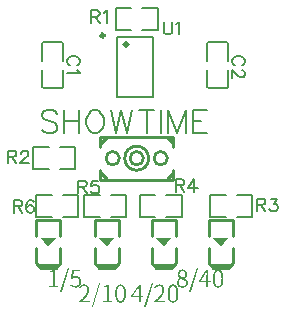
<source format=gto>
G04 Layer: TopSilkscreenLayer*
G04 EasyEDA v6.5.34, 2023-08-30 20:05:19*
G04 d9d8768bc7e54bd19914c32b40fdea81,ed70181f279245e6aff80281ee7dc86a,10*
G04 Gerber Generator version 0.2*
G04 Scale: 100 percent, Rotated: No, Reflected: No *
G04 Dimensions in millimeters *
G04 leading zeros omitted , absolute positions ,4 integer and 5 decimal *
%FSLAX45Y45*%
%MOMM*%

%ADD10C,0.1524*%
%ADD11C,0.2540*%
%ADD12C,0.3000*%

%LPD*%
G36*
X4431030Y4059936D02*
G01*
X4368292Y3862832D01*
X4380484Y3862832D01*
X4443222Y4059936D01*
G37*
G36*
X4309872Y4047744D02*
G01*
X4303623Y4044391D01*
X4296664Y4041597D01*
X4288739Y4039362D01*
X4279646Y4037584D01*
X4279646Y4026662D01*
X4305808Y4026662D01*
X4305808Y3912615D01*
X4272534Y3912615D01*
X4272534Y3898900D01*
X4352544Y3898900D01*
X4352544Y3912615D01*
X4322318Y3912615D01*
X4322318Y4047744D01*
G37*
G36*
X4468114Y4047744D02*
G01*
X4463288Y3978656D01*
X4472432Y3972814D01*
X4478629Y3976674D01*
X4484573Y3979468D01*
X4490770Y3981145D01*
X4497832Y3981704D01*
X4504740Y3981094D01*
X4510938Y3979316D01*
X4516374Y3976370D01*
X4520946Y3972356D01*
X4524603Y3967327D01*
X4527346Y3961333D01*
X4529023Y3954424D01*
X4529582Y3946651D01*
X4528921Y3938676D01*
X4526991Y3931513D01*
X4523994Y3925265D01*
X4519980Y3919982D01*
X4515104Y3915765D01*
X4509566Y3912666D01*
X4503420Y3910736D01*
X4496816Y3910076D01*
X4490567Y3910431D01*
X4484827Y3911498D01*
X4479645Y3913124D01*
X4474921Y3915206D01*
X4470654Y3917746D01*
X4466691Y3920591D01*
X4463084Y3923639D01*
X4459732Y3926840D01*
X4451350Y3915918D01*
X4455261Y3912209D01*
X4459630Y3908704D01*
X4464456Y3905351D01*
X4469892Y3902405D01*
X4475937Y3899915D01*
X4482642Y3898036D01*
X4490110Y3896817D01*
X4498340Y3896360D01*
X4504436Y3896715D01*
X4510430Y3897884D01*
X4516221Y3899712D01*
X4521758Y3902303D01*
X4526889Y3905605D01*
X4531563Y3909568D01*
X4535779Y3914241D01*
X4539386Y3919524D01*
X4542332Y3925519D01*
X4544517Y3932123D01*
X4545888Y3939336D01*
X4546346Y3947160D01*
X4545939Y3954983D01*
X4544771Y3962044D01*
X4542840Y3968394D01*
X4540250Y3974033D01*
X4537049Y3978960D01*
X4533239Y3983177D01*
X4528972Y3986733D01*
X4524248Y3989628D01*
X4519117Y3991864D01*
X4513630Y3993438D01*
X4507890Y3994353D01*
X4501896Y3994658D01*
X4495292Y3994200D01*
X4489348Y3992930D01*
X4483862Y3990898D01*
X4478528Y3988308D01*
X4482592Y4033520D01*
X4539234Y4033520D01*
X4539234Y4047744D01*
G37*
G36*
X4697577Y3932936D02*
G01*
X4634839Y3735832D01*
X4647031Y3735832D01*
X4709769Y3932936D01*
G37*
G36*
X4572355Y3923284D02*
G01*
X4565751Y3922877D01*
X4559604Y3921709D01*
X4553813Y3919829D01*
X4548428Y3917289D01*
X4543298Y3914140D01*
X4538421Y3910431D01*
X4533747Y3906164D01*
X4529175Y3901440D01*
X4538827Y3892296D01*
X4542180Y3895902D01*
X4545685Y3899204D01*
X4549394Y3902201D01*
X4553305Y3904792D01*
X4557369Y3906875D01*
X4561586Y3908501D01*
X4566005Y3909466D01*
X4570577Y3909822D01*
X4577334Y3909212D01*
X4583125Y3907485D01*
X4588002Y3904742D01*
X4591913Y3901033D01*
X4594961Y3896512D01*
X4597095Y3891279D01*
X4598365Y3885437D01*
X4598771Y3879087D01*
X4598619Y3875227D01*
X4598162Y3871264D01*
X4597349Y3867200D01*
X4596231Y3863086D01*
X4594758Y3858869D01*
X4592980Y3854602D01*
X4588306Y3845661D01*
X4585512Y3841089D01*
X4578756Y3831488D01*
X4570628Y3821429D01*
X4560976Y3810863D01*
X4549800Y3799687D01*
X4537151Y3787952D01*
X4530191Y3781806D01*
X4530191Y3771900D01*
X4622139Y3771900D01*
X4622139Y3786124D01*
X4573727Y3786022D01*
X4555083Y3784854D01*
X4565650Y3795014D01*
X4575403Y3805021D01*
X4584192Y3814775D01*
X4592015Y3824376D01*
X4598771Y3833876D01*
X4601768Y3838549D01*
X4606899Y3847846D01*
X4609033Y3852468D01*
X4612335Y3861663D01*
X4613503Y3866235D01*
X4614367Y3870756D01*
X4614875Y3875328D01*
X4615027Y3879850D01*
X4614722Y3886250D01*
X4613706Y3892245D01*
X4612081Y3897782D01*
X4609846Y3902862D01*
X4607001Y3907434D01*
X4603597Y3911447D01*
X4599686Y3914952D01*
X4595164Y3917899D01*
X4590186Y3920236D01*
X4584700Y3921912D01*
X4578756Y3922928D01*
G37*
G36*
X4879695Y3923284D02*
G01*
X4874615Y3922979D01*
X4869738Y3922115D01*
X4865116Y3920642D01*
X4860798Y3918610D01*
X4856734Y3915918D01*
X4852974Y3912666D01*
X4849520Y3908856D01*
X4846370Y3904386D01*
X4843576Y3899357D01*
X4841087Y3893667D01*
X4838954Y3887419D01*
X4837226Y3880510D01*
X4835804Y3873042D01*
X4834839Y3864914D01*
X4834178Y3856177D01*
X4833975Y3846829D01*
X4849977Y3846829D01*
X4850231Y3857193D01*
X4850942Y3866591D01*
X4852162Y3874973D01*
X4853736Y3882440D01*
X4855768Y3888994D01*
X4858207Y3894632D01*
X4860950Y3899306D01*
X4864100Y3903167D01*
X4867554Y3906062D01*
X4871364Y3908196D01*
X4875377Y3909415D01*
X4879695Y3909822D01*
X4883962Y3909415D01*
X4887976Y3908196D01*
X4891684Y3906062D01*
X4895088Y3903167D01*
X4898136Y3899306D01*
X4900879Y3894632D01*
X4903266Y3888994D01*
X4905248Y3882440D01*
X4906822Y3874973D01*
X4907991Y3866591D01*
X4908702Y3857193D01*
X4908905Y3846829D01*
X4908702Y3836263D01*
X4907991Y3826713D01*
X4906822Y3818128D01*
X4905248Y3810508D01*
X4903266Y3803853D01*
X4900879Y3798112D01*
X4898136Y3793337D01*
X4895088Y3789426D01*
X4891684Y3786378D01*
X4887976Y3784244D01*
X4883962Y3782974D01*
X4879695Y3782568D01*
X4875377Y3782974D01*
X4871364Y3784244D01*
X4867554Y3786378D01*
X4864100Y3789426D01*
X4860950Y3793337D01*
X4858207Y3798112D01*
X4855768Y3803853D01*
X4853736Y3810508D01*
X4852162Y3818128D01*
X4850942Y3826713D01*
X4850231Y3836263D01*
X4849977Y3846829D01*
X4833975Y3846829D01*
X4834178Y3837381D01*
X4834839Y3828542D01*
X4835804Y3820363D01*
X4837226Y3812743D01*
X4838954Y3805783D01*
X4841087Y3799433D01*
X4843576Y3793693D01*
X4846370Y3788562D01*
X4849520Y3784041D01*
X4852974Y3780129D01*
X4856734Y3776827D01*
X4860798Y3774135D01*
X4865116Y3772052D01*
X4869738Y3770528D01*
X4874615Y3769664D01*
X4879695Y3769360D01*
X4884826Y3769664D01*
X4889703Y3770528D01*
X4894275Y3772052D01*
X4898542Y3774135D01*
X4902606Y3776827D01*
X4906314Y3780129D01*
X4909718Y3784041D01*
X4912817Y3788562D01*
X4915560Y3793693D01*
X4917998Y3799433D01*
X4920081Y3805783D01*
X4921808Y3812743D01*
X4923129Y3820363D01*
X4924145Y3828542D01*
X4924704Y3837381D01*
X4924907Y3846829D01*
X4924704Y3856177D01*
X4924145Y3864914D01*
X4923129Y3873042D01*
X4921808Y3880510D01*
X4920081Y3887419D01*
X4917998Y3893667D01*
X4915560Y3899357D01*
X4912817Y3904386D01*
X4909718Y3908856D01*
X4906314Y3912666D01*
X4902606Y3915918D01*
X4898542Y3918610D01*
X4894275Y3920642D01*
X4889703Y3922115D01*
X4884826Y3922979D01*
G37*
G36*
X4767427Y3920744D02*
G01*
X4761331Y3917391D01*
X4754372Y3914597D01*
X4746447Y3912362D01*
X4737455Y3910584D01*
X4737455Y3899662D01*
X4763617Y3899662D01*
X4763617Y3785615D01*
X4730343Y3785615D01*
X4730343Y3771900D01*
X4810353Y3771900D01*
X4810353Y3785615D01*
X4780127Y3785615D01*
X4780127Y3920744D01*
G37*
G36*
X5141976Y3932936D02*
G01*
X5079238Y3735832D01*
X5091430Y3735832D01*
X5154168Y3932936D01*
G37*
G36*
X5208016Y3923284D02*
G01*
X5201310Y3922877D01*
X5195112Y3921709D01*
X5189321Y3919829D01*
X5183936Y3917289D01*
X5178856Y3914140D01*
X5173980Y3910431D01*
X5169357Y3906164D01*
X5164836Y3901440D01*
X5174488Y3892296D01*
X5177790Y3895902D01*
X5181346Y3899204D01*
X5185054Y3902201D01*
X5188915Y3904792D01*
X5192979Y3906875D01*
X5197246Y3908501D01*
X5201666Y3909466D01*
X5206238Y3909822D01*
X5212994Y3909212D01*
X5218785Y3907485D01*
X5223611Y3904742D01*
X5227574Y3901033D01*
X5230571Y3896512D01*
X5232755Y3891279D01*
X5234025Y3885437D01*
X5234432Y3879087D01*
X5234279Y3875227D01*
X5233771Y3871264D01*
X5232958Y3867200D01*
X5231841Y3863086D01*
X5230368Y3858869D01*
X5228590Y3854602D01*
X5226456Y3850182D01*
X5223967Y3845661D01*
X5217922Y3836365D01*
X5214416Y3831488D01*
X5206238Y3821429D01*
X5196586Y3810863D01*
X5185460Y3799687D01*
X5165852Y3781806D01*
X5165852Y3771900D01*
X5257800Y3771900D01*
X5257800Y3786124D01*
X5209286Y3786022D01*
X5190744Y3784854D01*
X5201259Y3795014D01*
X5210911Y3805021D01*
X5219700Y3814775D01*
X5227523Y3824376D01*
X5234330Y3833876D01*
X5237327Y3838549D01*
X5242458Y3847846D01*
X5244592Y3852468D01*
X5246420Y3857091D01*
X5247944Y3861663D01*
X5249113Y3866235D01*
X5249976Y3870756D01*
X5250484Y3875328D01*
X5250688Y3879850D01*
X5250332Y3886250D01*
X5249367Y3892245D01*
X5247741Y3897782D01*
X5245506Y3902862D01*
X5242661Y3907434D01*
X5239258Y3911447D01*
X5235295Y3914952D01*
X5230825Y3917899D01*
X5225796Y3920236D01*
X5220360Y3921912D01*
X5214416Y3922928D01*
G37*
G36*
X5324094Y3923284D02*
G01*
X5318963Y3922979D01*
X5314086Y3922115D01*
X5309514Y3920642D01*
X5305145Y3918610D01*
X5301081Y3915918D01*
X5297322Y3912666D01*
X5293868Y3908856D01*
X5290769Y3904386D01*
X5287924Y3899357D01*
X5285486Y3893667D01*
X5283352Y3887419D01*
X5281574Y3880510D01*
X5280202Y3873042D01*
X5279186Y3864914D01*
X5278577Y3856177D01*
X5278374Y3846829D01*
X5294376Y3846829D01*
X5294630Y3857193D01*
X5295341Y3866591D01*
X5296509Y3874973D01*
X5298135Y3882440D01*
X5300167Y3888994D01*
X5302554Y3894632D01*
X5305348Y3899306D01*
X5308498Y3903167D01*
X5311952Y3906062D01*
X5315712Y3908196D01*
X5319776Y3909415D01*
X5324094Y3909822D01*
X5328361Y3909415D01*
X5332323Y3908196D01*
X5336032Y3906062D01*
X5339435Y3903167D01*
X5342534Y3899306D01*
X5345277Y3894632D01*
X5347614Y3888994D01*
X5349595Y3882440D01*
X5351170Y3874973D01*
X5352338Y3866591D01*
X5353050Y3857193D01*
X5353304Y3846829D01*
X5353050Y3836263D01*
X5352338Y3826713D01*
X5351170Y3818128D01*
X5349595Y3810508D01*
X5347614Y3803853D01*
X5345277Y3798112D01*
X5342534Y3793337D01*
X5339435Y3789426D01*
X5336032Y3786378D01*
X5332323Y3784244D01*
X5328361Y3782974D01*
X5324094Y3782568D01*
X5319776Y3782974D01*
X5315712Y3784244D01*
X5311952Y3786378D01*
X5308498Y3789426D01*
X5305348Y3793337D01*
X5302554Y3798112D01*
X5300167Y3803853D01*
X5298135Y3810508D01*
X5296509Y3818128D01*
X5295341Y3826713D01*
X5294630Y3836263D01*
X5294376Y3846829D01*
X5278374Y3846829D01*
X5278577Y3837381D01*
X5279186Y3828542D01*
X5280202Y3820363D01*
X5281574Y3812743D01*
X5283352Y3805783D01*
X5285486Y3799433D01*
X5287924Y3793693D01*
X5290769Y3788562D01*
X5293868Y3784041D01*
X5297322Y3780129D01*
X5301081Y3776827D01*
X5305145Y3774135D01*
X5309514Y3772052D01*
X5314086Y3770528D01*
X5318963Y3769664D01*
X5324094Y3769360D01*
X5329174Y3769664D01*
X5334050Y3770528D01*
X5338622Y3772052D01*
X5342940Y3774135D01*
X5346954Y3776827D01*
X5350662Y3780129D01*
X5354066Y3784041D01*
X5357164Y3788562D01*
X5359908Y3793693D01*
X5362346Y3799433D01*
X5364429Y3805783D01*
X5366156Y3812743D01*
X5367528Y3820363D01*
X5368493Y3828542D01*
X5369102Y3837381D01*
X5369306Y3846829D01*
X5369102Y3856177D01*
X5368493Y3864914D01*
X5367528Y3873042D01*
X5366156Y3880510D01*
X5364429Y3887419D01*
X5362346Y3893667D01*
X5359908Y3899357D01*
X5357164Y3904386D01*
X5354066Y3908856D01*
X5350662Y3912666D01*
X5346954Y3915918D01*
X5342940Y3918610D01*
X5338622Y3920642D01*
X5334050Y3922115D01*
X5329174Y3922979D01*
G37*
G36*
X5032502Y3920744D02*
G01*
X4970753Y3826510D01*
X4987036Y3826510D01*
X5022850Y3879850D01*
X5034788Y3901440D01*
X5035804Y3901440D01*
X5034889Y3888130D01*
X5034534Y3875024D01*
X5034534Y3826510D01*
X4970753Y3826510D01*
X4969256Y3824224D01*
X4969256Y3813301D01*
X5034534Y3813301D01*
X5034534Y3771900D01*
X5050282Y3771900D01*
X5050282Y3813301D01*
X5070602Y3813301D01*
X5070602Y3826510D01*
X5050282Y3826510D01*
X5050282Y3920744D01*
G37*
G36*
X5523230Y4059936D02*
G01*
X5460492Y3862832D01*
X5472684Y3862832D01*
X5535422Y4059936D01*
G37*
G36*
X5705348Y4050284D02*
G01*
X5700217Y4049979D01*
X5695340Y4049115D01*
X5690768Y4047642D01*
X5686399Y4045610D01*
X5682386Y4042918D01*
X5678627Y4039666D01*
X5675172Y4035856D01*
X5672023Y4031386D01*
X5669178Y4026357D01*
X5666740Y4020667D01*
X5664606Y4014419D01*
X5662828Y4007510D01*
X5661456Y4000042D01*
X5660440Y3991914D01*
X5659831Y3983177D01*
X5659628Y3973829D01*
X5675630Y3973829D01*
X5675884Y3984193D01*
X5676595Y3993591D01*
X5677763Y4001973D01*
X5679389Y4009440D01*
X5681421Y4015994D01*
X5683808Y4021632D01*
X5686602Y4026306D01*
X5689752Y4030167D01*
X5693206Y4033062D01*
X5696966Y4035196D01*
X5701030Y4036415D01*
X5705348Y4036822D01*
X5709615Y4036415D01*
X5713577Y4035196D01*
X5717286Y4033062D01*
X5720689Y4030167D01*
X5723788Y4026306D01*
X5726531Y4021632D01*
X5728919Y4015994D01*
X5730900Y4009440D01*
X5732475Y4001973D01*
X5733592Y3993591D01*
X5734304Y3984193D01*
X5734558Y3973829D01*
X5734304Y3963263D01*
X5733592Y3953713D01*
X5732475Y3945128D01*
X5730900Y3937508D01*
X5728919Y3930853D01*
X5726531Y3925112D01*
X5723788Y3920337D01*
X5720689Y3916426D01*
X5717286Y3913378D01*
X5713577Y3911244D01*
X5709615Y3909974D01*
X5705348Y3909568D01*
X5701030Y3909974D01*
X5696966Y3911244D01*
X5693206Y3913378D01*
X5689752Y3916426D01*
X5686602Y3920337D01*
X5683808Y3925112D01*
X5681421Y3930853D01*
X5679389Y3937508D01*
X5677763Y3945128D01*
X5676595Y3953713D01*
X5675884Y3963263D01*
X5675630Y3973829D01*
X5659628Y3973829D01*
X5659831Y3964381D01*
X5660440Y3955542D01*
X5661456Y3947363D01*
X5662828Y3939743D01*
X5664606Y3932783D01*
X5666740Y3926433D01*
X5669178Y3920693D01*
X5672023Y3915562D01*
X5675172Y3911041D01*
X5678627Y3907129D01*
X5682386Y3903827D01*
X5686399Y3901135D01*
X5690768Y3899052D01*
X5695340Y3897528D01*
X5700217Y3896664D01*
X5705348Y3896360D01*
X5710478Y3896664D01*
X5715304Y3897528D01*
X5719876Y3899052D01*
X5724194Y3901135D01*
X5728208Y3903827D01*
X5731916Y3907129D01*
X5735320Y3911041D01*
X5738418Y3915562D01*
X5741212Y3920693D01*
X5743600Y3926433D01*
X5745683Y3932783D01*
X5747410Y3939743D01*
X5748782Y3947363D01*
X5749747Y3955542D01*
X5750356Y3964381D01*
X5750560Y3973829D01*
X5750356Y3983177D01*
X5749747Y3991914D01*
X5748782Y4000042D01*
X5747410Y4007510D01*
X5745683Y4014419D01*
X5743600Y4020667D01*
X5741212Y4026357D01*
X5738418Y4031386D01*
X5735320Y4035856D01*
X5731916Y4039666D01*
X5728208Y4042918D01*
X5724194Y4045610D01*
X5719876Y4047642D01*
X5715304Y4049115D01*
X5710478Y4049979D01*
G37*
G36*
X5403342Y4049776D02*
G01*
X5397804Y4049471D01*
X5392521Y4048556D01*
X5387594Y4047032D01*
X5382971Y4045000D01*
X5378704Y4042410D01*
X5374944Y4039362D01*
X5371592Y4035856D01*
X5368798Y4031843D01*
X5366512Y4027474D01*
X5364835Y4022750D01*
X5363819Y4017619D01*
X5363464Y4012184D01*
X5378704Y4012184D01*
X5379161Y4017568D01*
X5380532Y4022445D01*
X5382666Y4026712D01*
X5385562Y4030370D01*
X5389118Y4033316D01*
X5393283Y4035501D01*
X5397957Y4036872D01*
X5403088Y4037329D01*
X5409031Y4036771D01*
X5414264Y4035145D01*
X5418836Y4032605D01*
X5422595Y4029252D01*
X5425541Y4025137D01*
X5427726Y4020515D01*
X5429046Y4015384D01*
X5429504Y4009898D01*
X5428437Y4001465D01*
X5425287Y3993438D01*
X5420156Y3985920D01*
X5413248Y3978910D01*
X5406644Y3981551D01*
X5400344Y3984447D01*
X5394502Y3987647D01*
X5389321Y3991254D01*
X5384952Y3995420D01*
X5381599Y4000246D01*
X5379466Y4005783D01*
X5378704Y4012184D01*
X5363464Y4012184D01*
X5363870Y4006596D01*
X5365038Y4001363D01*
X5366918Y3996537D01*
X5369407Y3992118D01*
X5372404Y3988054D01*
X5375808Y3984396D01*
X5379516Y3981094D01*
X5383530Y3978148D01*
X5383530Y3977386D01*
X5378399Y3974337D01*
X5373420Y3970629D01*
X5368747Y3966362D01*
X5364530Y3961434D01*
X5360974Y3955948D01*
X5358231Y3949903D01*
X5356453Y3943197D01*
X5355929Y3937000D01*
X5370830Y3937000D01*
X5371236Y3942486D01*
X5372404Y3947668D01*
X5374335Y3952595D01*
X5376875Y3957218D01*
X5380024Y3961434D01*
X5383682Y3965346D01*
X5387848Y3968902D01*
X5392420Y3972051D01*
X5402935Y3967734D01*
X5412536Y3963162D01*
X5416905Y3960672D01*
X5420817Y3957980D01*
X5424322Y3955034D01*
X5427319Y3951782D01*
X5429758Y3948226D01*
X5431536Y3944264D01*
X5432653Y3939844D01*
X5433060Y3934968D01*
X5432501Y3929481D01*
X5430926Y3924401D01*
X5428335Y3919931D01*
X5424830Y3916070D01*
X5420512Y3912870D01*
X5415381Y3910533D01*
X5409539Y3909060D01*
X5403088Y3908551D01*
X5396433Y3909110D01*
X5390337Y3910736D01*
X5384850Y3913276D01*
X5380075Y3916679D01*
X5376214Y3920845D01*
X5373319Y3925722D01*
X5371490Y3931107D01*
X5370830Y3937000D01*
X5355929Y3937000D01*
X5355844Y3935984D01*
X5356250Y3930345D01*
X5357418Y3925011D01*
X5359349Y3920032D01*
X5361990Y3915460D01*
X5365292Y3911244D01*
X5369204Y3907485D01*
X5373624Y3904234D01*
X5378653Y3901490D01*
X5384139Y3899306D01*
X5390083Y3897680D01*
X5396382Y3896715D01*
X5403088Y3896360D01*
X5409742Y3896715D01*
X5415991Y3897680D01*
X5421782Y3899306D01*
X5427116Y3901490D01*
X5431942Y3904234D01*
X5436260Y3907434D01*
X5439968Y3911041D01*
X5443067Y3915105D01*
X5445506Y3919524D01*
X5447334Y3924249D01*
X5448452Y3929227D01*
X5448808Y3934460D01*
X5448249Y3941673D01*
X5446725Y3948074D01*
X5444286Y3953764D01*
X5441086Y3958793D01*
X5437327Y3963212D01*
X5433060Y3967124D01*
X5428437Y3970528D01*
X5423662Y3973576D01*
X5423662Y3974592D01*
X5427065Y3977487D01*
X5430570Y3980891D01*
X5433923Y3984853D01*
X5437022Y3989273D01*
X5439714Y3994150D01*
X5441848Y3999331D01*
X5443220Y4004868D01*
X5443728Y4010660D01*
X5443423Y4016248D01*
X5442458Y4021480D01*
X5440934Y4026408D01*
X5438851Y4030979D01*
X5436158Y4035094D01*
X5432958Y4038803D01*
X5429250Y4042003D01*
X5424982Y4044696D01*
X5420258Y4046880D01*
X5415076Y4048455D01*
X5409438Y4049420D01*
G37*
G36*
X5605018Y4047744D02*
G01*
X5543269Y3953510D01*
X5559552Y3953510D01*
X5595366Y4006850D01*
X5607304Y4028440D01*
X5608320Y4028440D01*
X5607405Y4015130D01*
X5607050Y4002024D01*
X5607050Y3953510D01*
X5543269Y3953510D01*
X5541772Y3951224D01*
X5541772Y3940301D01*
X5607050Y3940301D01*
X5607050Y3898900D01*
X5622544Y3898900D01*
X5622544Y3940301D01*
X5642864Y3940301D01*
X5642864Y3953510D01*
X5622544Y3953510D01*
X5622544Y4047744D01*
G37*
D10*
X5245100Y6147815D02*
G01*
X5245100Y6069837D01*
X5250179Y6054344D01*
X5260593Y6043929D01*
X5276341Y6038850D01*
X5286756Y6038850D01*
X5302250Y6043929D01*
X5312663Y6054344D01*
X5317743Y6069837D01*
X5317743Y6147815D01*
X5352034Y6126987D02*
G01*
X5362447Y6132321D01*
X5378195Y6147815D01*
X5378195Y6038850D01*
X3924300Y5055615D02*
G01*
X3924300Y4946650D01*
X3924300Y5055615D02*
G01*
X3971036Y5055615D01*
X3986529Y5050536D01*
X3991863Y5045202D01*
X3996943Y5034787D01*
X3996943Y5024373D01*
X3991863Y5013960D01*
X3986529Y5008879D01*
X3971036Y5003800D01*
X3924300Y5003800D01*
X3960622Y5003800D02*
G01*
X3996943Y4946650D01*
X4036568Y5029707D02*
G01*
X4036568Y5034787D01*
X4041647Y5045202D01*
X4046981Y5050536D01*
X4057395Y5055615D01*
X4077970Y5055615D01*
X4088384Y5050536D01*
X4093718Y5045202D01*
X4098797Y5034787D01*
X4098797Y5024373D01*
X4093718Y5013960D01*
X4083304Y4998465D01*
X4031234Y4946650D01*
X4104131Y4946650D01*
X4629404Y6242050D02*
G01*
X4629404Y6133084D01*
X4629404Y6242050D02*
G01*
X4676140Y6242050D01*
X4691634Y6236970D01*
X4696968Y6231636D01*
X4702047Y6221221D01*
X4702047Y6210807D01*
X4696968Y6200394D01*
X4691634Y6195313D01*
X4676140Y6190234D01*
X4629404Y6190234D01*
X4665725Y6190234D02*
G01*
X4702047Y6133084D01*
X4736338Y6221221D02*
G01*
X4746752Y6226555D01*
X4762500Y6242050D01*
X4762500Y6133084D01*
X5906008Y5776721D02*
G01*
X5916422Y5782055D01*
X5926836Y5792470D01*
X5931915Y5802629D01*
X5931915Y5823457D01*
X5926836Y5833871D01*
X5916422Y5844286D01*
X5906008Y5849620D01*
X5890259Y5854700D01*
X5864352Y5854700D01*
X5848858Y5849620D01*
X5838443Y5844286D01*
X5828029Y5833871D01*
X5822950Y5823457D01*
X5822950Y5802629D01*
X5828029Y5792470D01*
X5838443Y5782055D01*
X5848858Y5776721D01*
X5906008Y5737352D02*
G01*
X5911088Y5737352D01*
X5921502Y5732018D01*
X5926836Y5726937D01*
X5931915Y5716523D01*
X5931915Y5695695D01*
X5926836Y5685281D01*
X5921502Y5680202D01*
X5911088Y5674868D01*
X5900674Y5674868D01*
X5890259Y5680202D01*
X5874765Y5690615D01*
X5822950Y5742431D01*
X5822950Y5669787D01*
X4509008Y5776721D02*
G01*
X4519422Y5782055D01*
X4529836Y5792470D01*
X4534915Y5802629D01*
X4534915Y5823457D01*
X4529836Y5833871D01*
X4519422Y5844286D01*
X4509008Y5849620D01*
X4493259Y5854700D01*
X4467352Y5854700D01*
X4451858Y5849620D01*
X4441443Y5844286D01*
X4431029Y5833871D01*
X4425950Y5823457D01*
X4425950Y5802629D01*
X4431029Y5792470D01*
X4441443Y5782055D01*
X4451858Y5776721D01*
X4514088Y5742431D02*
G01*
X4519422Y5732018D01*
X4534915Y5716523D01*
X4425950Y5716523D01*
X6032500Y4649215D02*
G01*
X6032500Y4540250D01*
X6032500Y4649215D02*
G01*
X6079236Y4649215D01*
X6094729Y4644136D01*
X6100063Y4638802D01*
X6105143Y4628387D01*
X6105143Y4617973D01*
X6100063Y4607560D01*
X6094729Y4602479D01*
X6079236Y4597400D01*
X6032500Y4597400D01*
X6068822Y4597400D02*
G01*
X6105143Y4540250D01*
X6149847Y4649215D02*
G01*
X6206997Y4649215D01*
X6176009Y4607560D01*
X6191504Y4607560D01*
X6201918Y4602479D01*
X6206997Y4597400D01*
X6212331Y4581652D01*
X6212331Y4571237D01*
X6206997Y4555744D01*
X6196584Y4545329D01*
X6181090Y4540250D01*
X6165595Y4540250D01*
X6149847Y4545329D01*
X6144768Y4550410D01*
X6139434Y4560823D01*
X5346700Y4814315D02*
G01*
X5346700Y4705350D01*
X5346700Y4814315D02*
G01*
X5393436Y4814315D01*
X5408929Y4809236D01*
X5414263Y4803902D01*
X5419343Y4793487D01*
X5419343Y4783073D01*
X5414263Y4772660D01*
X5408929Y4767579D01*
X5393436Y4762500D01*
X5346700Y4762500D01*
X5383022Y4762500D02*
G01*
X5419343Y4705350D01*
X5505704Y4814315D02*
G01*
X5453634Y4741671D01*
X5531611Y4741671D01*
X5505704Y4814315D02*
G01*
X5505704Y4705350D01*
X4521200Y4801615D02*
G01*
X4521200Y4692650D01*
X4521200Y4801615D02*
G01*
X4567936Y4801615D01*
X4583429Y4796536D01*
X4588763Y4791202D01*
X4593843Y4780787D01*
X4593843Y4770373D01*
X4588763Y4759960D01*
X4583429Y4754879D01*
X4567936Y4749800D01*
X4521200Y4749800D01*
X4557522Y4749800D02*
G01*
X4593843Y4692650D01*
X4690618Y4801615D02*
G01*
X4638547Y4801615D01*
X4633468Y4754879D01*
X4638547Y4759960D01*
X4654295Y4765294D01*
X4669790Y4765294D01*
X4685284Y4759960D01*
X4695697Y4749800D01*
X4701031Y4734052D01*
X4701031Y4723637D01*
X4695697Y4708144D01*
X4685284Y4697729D01*
X4669790Y4692650D01*
X4654295Y4692650D01*
X4638547Y4697729D01*
X4633468Y4702810D01*
X4628134Y4713223D01*
X3975100Y4636515D02*
G01*
X3975100Y4527550D01*
X3975100Y4636515D02*
G01*
X4021836Y4636515D01*
X4037329Y4631436D01*
X4042663Y4626102D01*
X4047743Y4615687D01*
X4047743Y4605273D01*
X4042663Y4594860D01*
X4037329Y4589779D01*
X4021836Y4584700D01*
X3975100Y4584700D01*
X4011422Y4584700D02*
G01*
X4047743Y4527550D01*
X4144518Y4621021D02*
G01*
X4139184Y4631436D01*
X4123690Y4636515D01*
X4113275Y4636515D01*
X4097781Y4631436D01*
X4087368Y4615687D01*
X4082034Y4589779D01*
X4082034Y4563871D01*
X4087368Y4543044D01*
X4097781Y4532629D01*
X4113275Y4527550D01*
X4118609Y4527550D01*
X4134104Y4532629D01*
X4144518Y4543044D01*
X4149597Y4558537D01*
X4149597Y4563871D01*
X4144518Y4579365D01*
X4134104Y4589779D01*
X4118609Y4594860D01*
X4113275Y4594860D01*
X4097781Y4589779D01*
X4087368Y4579365D01*
X4082034Y4563871D01*
X4343654Y5368797D02*
G01*
X4325365Y5387086D01*
X4298188Y5396229D01*
X4261865Y5396229D01*
X4234688Y5387086D01*
X4216400Y5368797D01*
X4216400Y5350763D01*
X4225543Y5332476D01*
X4234688Y5323331D01*
X4252722Y5314187D01*
X4307331Y5296154D01*
X4325365Y5287010D01*
X4334509Y5277865D01*
X4343654Y5259831D01*
X4343654Y5232400D01*
X4325365Y5214365D01*
X4298188Y5205221D01*
X4261865Y5205221D01*
X4234688Y5214365D01*
X4216400Y5232400D01*
X4403597Y5396229D02*
G01*
X4403597Y5205221D01*
X4530852Y5396229D02*
G01*
X4530852Y5205221D01*
X4403597Y5305297D02*
G01*
X4530852Y5305297D01*
X4645406Y5396229D02*
G01*
X4627372Y5387086D01*
X4609084Y5368797D01*
X4599940Y5350763D01*
X4591050Y5323331D01*
X4591050Y5277865D01*
X4599940Y5250687D01*
X4609084Y5232400D01*
X4627372Y5214365D01*
X4645406Y5205221D01*
X4681727Y5205221D01*
X4700015Y5214365D01*
X4718304Y5232400D01*
X4727193Y5250687D01*
X4736338Y5277865D01*
X4736338Y5323331D01*
X4727193Y5350763D01*
X4718304Y5368797D01*
X4700015Y5387086D01*
X4681727Y5396229D01*
X4645406Y5396229D01*
X4796281Y5396229D02*
G01*
X4841747Y5205221D01*
X4887213Y5396229D02*
G01*
X4841747Y5205221D01*
X4887213Y5396229D02*
G01*
X4932679Y5205221D01*
X4978145Y5396229D02*
G01*
X4932679Y5205221D01*
X5101843Y5396229D02*
G01*
X5101843Y5205221D01*
X5038090Y5396229D02*
G01*
X5165597Y5396229D01*
X5225541Y5396229D02*
G01*
X5225541Y5205221D01*
X5285486Y5396229D02*
G01*
X5285486Y5205221D01*
X5285486Y5396229D02*
G01*
X5358129Y5205221D01*
X5431027Y5396229D02*
G01*
X5358129Y5205221D01*
X5431027Y5396229D02*
G01*
X5431027Y5205221D01*
X5490972Y5396229D02*
G01*
X5490972Y5205221D01*
X5490972Y5396229D02*
G01*
X5609081Y5396229D01*
X5490972Y5305297D02*
G01*
X5563615Y5305297D01*
X5490972Y5205221D02*
G01*
X5609081Y5205221D01*
G36*
X4203750Y4317949D02*
G01*
X4267250Y4241749D01*
X4330750Y4317949D01*
G37*
G36*
X4699050Y4317949D02*
G01*
X4762550Y4241749D01*
X4826050Y4317949D01*
G37*
G36*
X5181650Y4317949D02*
G01*
X5245150Y4241749D01*
X5308650Y4317949D01*
G37*
G36*
X5664250Y4317949D02*
G01*
X5727750Y4241749D01*
X5791250Y4317949D01*
G37*
X4851659Y6018420D02*
G01*
X5155940Y6018420D01*
X5155940Y5513179D01*
X4851659Y5513179D01*
X4851659Y6018420D01*
X4365619Y4899390D02*
G01*
X4494113Y4899390D01*
X4494113Y5082809D01*
X4365619Y5082809D01*
X4270380Y4899390D02*
G01*
X4141886Y4899390D01*
X4141886Y5082809D01*
X4270380Y5082809D01*
X5064119Y6080490D02*
G01*
X5192613Y6080490D01*
X5192613Y6263909D01*
X5064119Y6263909D01*
X4968880Y6080490D02*
G01*
X4840386Y6080490D01*
X4840386Y6263909D01*
X4968880Y6263909D01*
X5792660Y5597380D02*
G01*
X5792660Y5738380D01*
X5611939Y5738380D02*
G01*
X5611939Y5597380D01*
X5627179Y5582140D02*
G01*
X5777420Y5582140D01*
X5792660Y5959619D02*
G01*
X5792660Y5818619D01*
X5611939Y5818619D02*
G01*
X5611939Y5959619D01*
X5627179Y5974859D02*
G01*
X5777420Y5974859D01*
X4214939Y5959619D02*
G01*
X4214939Y5818619D01*
X4395660Y5818619D02*
G01*
X4395660Y5959619D01*
X4380420Y5974859D02*
G01*
X4230179Y5974859D01*
X4214939Y5597380D02*
G01*
X4214939Y5738380D01*
X4395660Y5738380D02*
G01*
X4395660Y5597380D01*
X4380420Y5582140D02*
G01*
X4230179Y5582140D01*
X5864219Y4492990D02*
G01*
X5992713Y4492990D01*
X5992713Y4676409D01*
X5864219Y4676409D01*
X5768980Y4492990D02*
G01*
X5640486Y4492990D01*
X5640486Y4676409D01*
X5768980Y4676409D01*
X5267319Y4492990D02*
G01*
X5395813Y4492990D01*
X5395813Y4676409D01*
X5267319Y4676409D01*
X5172080Y4492990D02*
G01*
X5043586Y4492990D01*
X5043586Y4676409D01*
X5172080Y4676409D01*
X4797419Y4492990D02*
G01*
X4925913Y4492990D01*
X4925913Y4676409D01*
X4797419Y4676409D01*
X4702180Y4492990D02*
G01*
X4573686Y4492990D01*
X4573686Y4676409D01*
X4702180Y4676409D01*
X4391019Y4492990D02*
G01*
X4519513Y4492990D01*
X4519513Y4676409D01*
X4391019Y4676409D01*
X4295780Y4492990D02*
G01*
X4167286Y4492990D01*
X4167286Y4676409D01*
X4295780Y4676409D01*
D11*
X4343425Y4076674D02*
G01*
X4191025Y4076674D01*
X4356831Y4090080D02*
G01*
X4178325Y4089374D01*
X4368825Y4229074D02*
G01*
X4368825Y4102074D01*
X4330725Y4063974D01*
X4203725Y4063974D01*
X4165625Y4102074D01*
X4165625Y4229074D01*
X4368825Y4330674D02*
G01*
X4368825Y4470374D01*
X4165625Y4470374D01*
X4165625Y4330674D01*
X4838725Y4076674D02*
G01*
X4686325Y4076674D01*
X4852131Y4090080D02*
G01*
X4673625Y4089374D01*
X4864125Y4229074D02*
G01*
X4864125Y4102074D01*
X4826025Y4063974D01*
X4699025Y4063974D01*
X4660925Y4102074D01*
X4660925Y4229074D01*
X4864125Y4330674D02*
G01*
X4864125Y4470374D01*
X4660925Y4470374D01*
X4660925Y4330674D01*
X5321325Y4076674D02*
G01*
X5168925Y4076674D01*
X5334731Y4090080D02*
G01*
X5156225Y4089374D01*
X5346725Y4229074D02*
G01*
X5346725Y4102074D01*
X5308625Y4063974D01*
X5181625Y4063974D01*
X5143525Y4102074D01*
X5143525Y4229074D01*
X5346725Y4330674D02*
G01*
X5346725Y4470374D01*
X5143525Y4470374D01*
X5143525Y4330674D01*
X5803925Y4076674D02*
G01*
X5651525Y4076674D01*
X5817331Y4090080D02*
G01*
X5638825Y4089374D01*
X5829325Y4229074D02*
G01*
X5829325Y4102074D01*
X5791225Y4063974D01*
X5664225Y4063974D01*
X5626125Y4102074D01*
X5626125Y4229074D01*
X5829325Y4330674D02*
G01*
X5829325Y4470374D01*
X5626125Y4470374D01*
X5626125Y4330674D01*
X4706498Y5171097D02*
G01*
X5326491Y5171097D01*
X5326491Y4811092D02*
G01*
X4706498Y4811092D01*
X4711694Y4864094D02*
G01*
X4762494Y4813294D01*
X4711694Y5118094D02*
G01*
X4762494Y5168894D01*
X5270494Y5168894D02*
G01*
X5321294Y5118094D01*
X5270494Y4813294D02*
G01*
X5321294Y4864094D01*
X5326491Y5171097D02*
G01*
X5326491Y5089210D01*
X5326491Y4892982D02*
G01*
X5326491Y4811092D01*
X4706498Y5171097D02*
G01*
X4706498Y5089210D01*
X4706498Y4892982D02*
G01*
X4706498Y4811092D01*
D10*
G75*
G01*
X5611940Y5597380D02*
G03*
X5627179Y5582140I15240J0D01*
G75*
G01*
X5777421Y5582140D02*
G03*
X5792660Y5597380I-1J15240D01*
G75*
G01*
X5611940Y5959620D02*
G02*
X5627179Y5974860I15240J0D01*
G75*
G01*
X5777421Y5974860D02*
G02*
X5792660Y5959620I-1J-15240D01*
G75*
G01*
X4395660Y5959620D02*
G03*
X4380421Y5974860I-15240J0D01*
G75*
G01*
X4230179Y5974860D02*
G03*
X4214940Y5959620I1J-15240D01*
G75*
G01*
X4395660Y5597380D02*
G02*
X4380421Y5582140I-15240J0D01*
G75*
G01*
X4230179Y5582140D02*
G02*
X4214940Y5597380I1J15240D01*
D12*
G75*
G01
X4941900Y5956300D02*
G03X4941900Y5956300I-15011J0D01*
G75*
G01
X4741570Y6030951D02*
G03X4741570Y6030951I-15011J0D01*
D11*
G75*
G01
X5073294Y4991100D02*
G03X5073294Y4991100I-56794J0D01*
G75*
G01
X5118100Y4991100D02*
G03X5118100Y4991100I-101600J0D01*
G75*
G01
X5276494Y4991100D02*
G03X5276494Y4991100I-56794J0D01*
G75*
G01
X4870094Y4991100D02*
G03X4870094Y4991100I-56794J0D01*
M02*

</source>
